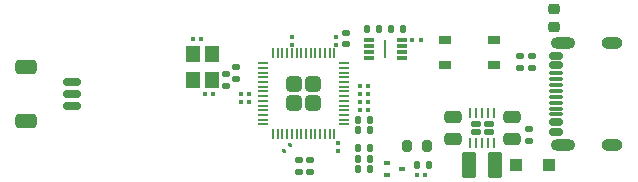
<source format=gbr>
G04 #@! TF.GenerationSoftware,KiCad,Pcbnew,8.0.6*
G04 #@! TF.CreationDate,2024-11-24T01:45:06-05:00*
G04 #@! TF.ProjectId,RPI-PICO-R3a-PUBLIC,5250492d-5049-4434-9f2d-5233612d5055,4*
G04 #@! TF.SameCoordinates,Original*
G04 #@! TF.FileFunction,Paste,Top*
G04 #@! TF.FilePolarity,Positive*
%FSLAX46Y46*%
G04 Gerber Fmt 4.6, Leading zero omitted, Abs format (unit mm)*
G04 Created by KiCad (PCBNEW 8.0.6) date 2024-11-24 01:45:06*
%MOMM*%
%LPD*%
G01*
G04 APERTURE LIST*
G04 Aperture macros list*
%AMRoundRect*
0 Rectangle with rounded corners*
0 $1 Rounding radius*
0 $2 $3 $4 $5 $6 $7 $8 $9 X,Y pos of 4 corners*
0 Add a 4 corners polygon primitive as box body*
4,1,4,$2,$3,$4,$5,$6,$7,$8,$9,$2,$3,0*
0 Add four circle primitives for the rounded corners*
1,1,$1+$1,$2,$3*
1,1,$1+$1,$4,$5*
1,1,$1+$1,$6,$7*
1,1,$1+$1,$8,$9*
0 Add four rect primitives between the rounded corners*
20,1,$1+$1,$2,$3,$4,$5,0*
20,1,$1+$1,$4,$5,$6,$7,0*
20,1,$1+$1,$6,$7,$8,$9,0*
20,1,$1+$1,$8,$9,$2,$3,0*%
G04 Aperture macros list end*
%ADD10RoundRect,0.135000X0.135000X0.185000X-0.135000X0.185000X-0.135000X-0.185000X0.135000X-0.185000X0*%
%ADD11RoundRect,0.250000X0.475000X-0.250000X0.475000X0.250000X-0.475000X0.250000X-0.475000X-0.250000X0*%
%ADD12RoundRect,0.250000X0.375000X0.850000X-0.375000X0.850000X-0.375000X-0.850000X0.375000X-0.850000X0*%
%ADD13R,0.900000X0.300000*%
%ADD14R,0.250000X1.650000*%
%ADD15RoundRect,0.079500X0.079500X0.100500X-0.079500X0.100500X-0.079500X-0.100500X0.079500X-0.100500X0*%
%ADD16RoundRect,0.135000X-0.135000X-0.185000X0.135000X-0.185000X0.135000X0.185000X-0.135000X0.185000X0*%
%ADD17RoundRect,0.140000X-0.140000X-0.170000X0.140000X-0.170000X0.140000X0.170000X-0.140000X0.170000X0*%
%ADD18RoundRect,0.135000X-0.185000X0.135000X-0.185000X-0.135000X0.185000X-0.135000X0.185000X0.135000X0*%
%ADD19R,1.050000X0.650000*%
%ADD20RoundRect,0.100000X0.155000X0.100000X-0.155000X0.100000X-0.155000X-0.100000X0.155000X-0.100000X0*%
%ADD21RoundRect,0.079500X-0.014849X0.127279X-0.127279X0.014849X0.014849X-0.127279X0.127279X-0.014849X0*%
%ADD22RoundRect,0.079500X0.100500X-0.079500X0.100500X0.079500X-0.100500X0.079500X-0.100500X-0.079500X0*%
%ADD23RoundRect,0.135000X0.185000X-0.135000X0.185000X0.135000X-0.185000X0.135000X-0.185000X-0.135000X0*%
%ADD24RoundRect,0.079500X-0.079500X-0.100500X0.079500X-0.100500X0.079500X0.100500X-0.079500X0.100500X0*%
%ADD25RoundRect,0.200000X0.200000X0.275000X-0.200000X0.275000X-0.200000X-0.275000X0.200000X-0.275000X0*%
%ADD26RoundRect,0.140000X0.170000X-0.140000X0.170000X0.140000X-0.170000X0.140000X-0.170000X-0.140000X0*%
%ADD27RoundRect,0.150000X0.425000X-0.150000X0.425000X0.150000X-0.425000X0.150000X-0.425000X-0.150000X0*%
%ADD28RoundRect,0.075000X0.500000X-0.075000X0.500000X0.075000X-0.500000X0.075000X-0.500000X-0.075000X0*%
%ADD29O,2.100000X1.000000*%
%ADD30O,1.800000X1.000000*%
%ADD31RoundRect,0.218750X-0.256250X0.218750X-0.256250X-0.218750X0.256250X-0.218750X0.256250X0.218750X0*%
%ADD32RoundRect,0.130000X0.315000X-0.130000X0.315000X0.130000X-0.315000X0.130000X-0.315000X-0.130000X0*%
%ADD33RoundRect,0.062500X0.062500X-0.337500X0.062500X0.337500X-0.062500X0.337500X-0.062500X-0.337500X0*%
%ADD34R,1.200000X1.400000*%
%ADD35RoundRect,0.150000X-0.625000X0.150000X-0.625000X-0.150000X0.625000X-0.150000X0.625000X0.150000X0*%
%ADD36RoundRect,0.250000X-0.650000X0.350000X-0.650000X-0.350000X0.650000X-0.350000X0.650000X0.350000X0*%
%ADD37RoundRect,0.249999X-0.395001X0.395001X-0.395001X-0.395001X0.395001X-0.395001X0.395001X0.395001X0*%
%ADD38RoundRect,0.050000X-0.050000X0.387500X-0.050000X-0.387500X0.050000X-0.387500X0.050000X0.387500X0*%
%ADD39RoundRect,0.050000X-0.387500X0.050000X-0.387500X-0.050000X0.387500X-0.050000X0.387500X0.050000X0*%
%ADD40RoundRect,0.250000X-0.300000X-0.300000X0.300000X-0.300000X0.300000X0.300000X-0.300000X0.300000X0*%
%ADD41RoundRect,0.079500X-0.100500X0.079500X-0.100500X-0.079500X0.100500X-0.079500X0.100500X0.079500X0*%
G04 APERTURE END LIST*
D10*
X156360000Y-99000000D03*
X155340000Y-99000000D03*
D11*
X167550000Y-108350000D03*
X167550000Y-106450000D03*
D12*
X166125000Y-110500000D03*
X163975000Y-110500000D03*
D10*
X155560000Y-110000000D03*
X154540000Y-110000000D03*
D13*
X155450000Y-99950000D03*
X155450000Y-100450000D03*
X155450000Y-100950000D03*
X155450000Y-101450000D03*
X158250000Y-101450000D03*
X158250000Y-100950000D03*
X158250000Y-100450000D03*
X158250000Y-99950000D03*
D14*
X156850000Y-100700000D03*
D15*
X145295000Y-104500000D03*
X144605000Y-104500000D03*
D16*
X159540000Y-110500000D03*
X160560000Y-110500000D03*
D17*
X154570000Y-109100000D03*
X155530000Y-109100000D03*
D18*
X169050000Y-107490000D03*
X169050000Y-108510000D03*
D19*
X161875000Y-99925000D03*
X166025000Y-99925000D03*
X161875000Y-102075000D03*
X166025000Y-102075000D03*
D20*
X157005000Y-110400000D03*
X157005000Y-111400000D03*
X158295000Y-110900000D03*
D15*
X155395000Y-105900000D03*
X154705000Y-105900000D03*
D16*
X157340000Y-99000000D03*
X158360000Y-99000000D03*
D21*
X148793952Y-108856048D03*
X148306048Y-109343952D03*
D22*
X152650000Y-100345000D03*
X152650000Y-99655000D03*
D15*
X145295000Y-105200000D03*
X144605000Y-105200000D03*
D17*
X154570000Y-107600000D03*
X155530000Y-107600000D03*
D23*
X143350000Y-103860000D03*
X143350000Y-102840000D03*
D24*
X154705000Y-103800000D03*
X155395000Y-103800000D03*
D23*
X169250000Y-102310000D03*
X169250000Y-101290000D03*
D18*
X150450000Y-110090000D03*
X150450000Y-111110000D03*
D25*
X160375000Y-108900000D03*
X158725000Y-108900000D03*
D18*
X144250000Y-102190000D03*
X144250000Y-103210000D03*
X168250000Y-101290000D03*
X168250000Y-102310000D03*
D26*
X153500000Y-100280000D03*
X153500000Y-99320000D03*
D24*
X159505000Y-111400000D03*
X160195000Y-111400000D03*
D15*
X142245000Y-104500000D03*
X141555000Y-104500000D03*
D27*
X171320000Y-107700000D03*
X171320000Y-106900000D03*
D28*
X171320000Y-105750000D03*
X171320000Y-104750000D03*
X171320000Y-104250000D03*
X171320000Y-103250000D03*
D27*
X171320000Y-102100000D03*
X171320000Y-101300000D03*
X171320000Y-101300000D03*
X171320000Y-102100000D03*
D28*
X171320000Y-102750000D03*
X171320000Y-103750000D03*
X171320000Y-105250000D03*
X171320000Y-106250000D03*
D27*
X171320000Y-106900000D03*
X171320000Y-107700000D03*
D29*
X171895000Y-108820000D03*
D30*
X176075000Y-108820000D03*
D29*
X171895000Y-100180000D03*
D30*
X176075000Y-100180000D03*
D11*
X162550000Y-108350000D03*
X162550000Y-106450000D03*
D31*
X171150000Y-97312500D03*
X171150000Y-98887500D03*
D32*
X164500000Y-107725000D03*
X165600000Y-107725000D03*
X164500000Y-107075000D03*
X165600000Y-107075000D03*
D33*
X164050000Y-108675000D03*
X164550000Y-108675000D03*
X165050000Y-108675000D03*
X165550000Y-108675000D03*
X166050000Y-108675000D03*
X166050000Y-106125000D03*
X165550000Y-106125000D03*
X165050000Y-106125000D03*
X164550000Y-106125000D03*
X164050000Y-106125000D03*
D15*
X155395000Y-105200000D03*
X154705000Y-105200000D03*
D22*
X148950000Y-100345000D03*
X148950000Y-99655000D03*
D16*
X154540000Y-110900000D03*
X155560000Y-110900000D03*
D34*
X140600000Y-101100000D03*
X140600000Y-103300000D03*
X142200000Y-103300000D03*
X142200000Y-101100000D03*
D35*
X130300000Y-103500000D03*
X130300000Y-104500000D03*
X130300000Y-105500000D03*
D36*
X126425000Y-102200000D03*
X126425000Y-106800000D03*
D24*
X154705000Y-104500000D03*
X155395000Y-104500000D03*
X140555000Y-99900000D03*
X141245000Y-99900000D03*
D17*
X154570000Y-106700000D03*
X155530000Y-106700000D03*
D24*
X159155000Y-99950000D03*
X159845000Y-99950000D03*
D37*
X150750000Y-103700000D03*
X149150000Y-103700000D03*
X150750000Y-105300000D03*
X149150000Y-105300000D03*
D38*
X152550000Y-101062500D03*
X152150000Y-101062500D03*
X151750000Y-101062500D03*
X151350000Y-101062500D03*
X150950000Y-101062500D03*
X150550000Y-101062500D03*
X150150000Y-101062500D03*
X149750000Y-101062500D03*
X149350000Y-101062500D03*
X148950000Y-101062500D03*
X148550000Y-101062500D03*
X148150000Y-101062500D03*
X147750000Y-101062500D03*
X147350000Y-101062500D03*
D39*
X146512500Y-101900000D03*
X146512500Y-102300000D03*
X146512500Y-102700000D03*
X146512500Y-103100000D03*
X146512500Y-103500000D03*
X146512500Y-103900000D03*
X146512500Y-104300000D03*
X146512500Y-104700000D03*
X146512500Y-105100000D03*
X146512500Y-105500000D03*
X146512500Y-105900000D03*
X146512500Y-106300000D03*
X146512500Y-106700000D03*
X146512500Y-107100000D03*
D38*
X147350000Y-107937500D03*
X147750000Y-107937500D03*
X148150000Y-107937500D03*
X148550000Y-107937500D03*
X148950000Y-107937500D03*
X149350000Y-107937500D03*
X149750000Y-107937500D03*
X150150000Y-107937500D03*
X150550000Y-107937500D03*
X150950000Y-107937500D03*
X151350000Y-107937500D03*
X151750000Y-107937500D03*
X152150000Y-107937500D03*
X152550000Y-107937500D03*
D39*
X153387500Y-107100000D03*
X153387500Y-106700000D03*
X153387500Y-106300000D03*
X153387500Y-105900000D03*
X153387500Y-105500000D03*
X153387500Y-105100000D03*
X153387500Y-104700000D03*
X153387500Y-104300000D03*
X153387500Y-103900000D03*
X153387500Y-103500000D03*
X153387500Y-103100000D03*
X153387500Y-102700000D03*
X153387500Y-102300000D03*
X153387500Y-101900000D03*
D40*
X167950000Y-110500000D03*
X170750000Y-110500000D03*
D41*
X152850000Y-108655000D03*
X152850000Y-109345000D03*
D23*
X149550000Y-111110000D03*
X149550000Y-110090000D03*
M02*

</source>
